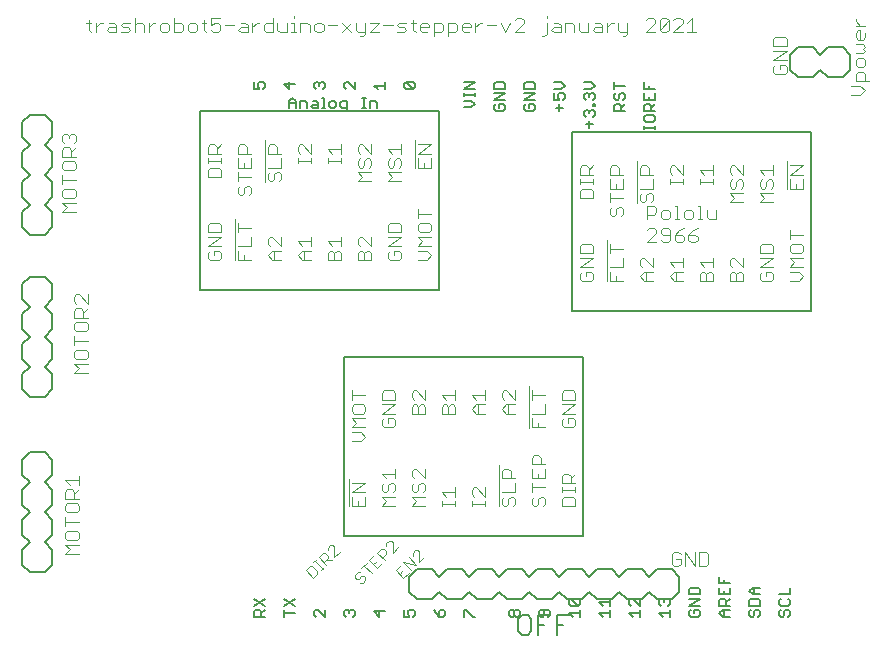
<source format=gto>
G75*
%MOIN*%
%OFA0B0*%
%FSLAX25Y25*%
%IPPOS*%
%LPD*%
%AMOC8*
5,1,8,0,0,1.08239X$1,22.5*
%
%ADD10C,0.00600*%
%ADD11C,0.00400*%
%ADD12C,0.00300*%
%ADD13C,0.00800*%
%ADD14C,0.00500*%
D10*
X0117297Y0039300D02*
X0117297Y0041001D01*
X0117864Y0041569D01*
X0118999Y0041569D01*
X0119566Y0041001D01*
X0119566Y0039300D01*
X0120700Y0039300D02*
X0117297Y0039300D01*
X0119566Y0040434D02*
X0120700Y0041569D01*
X0120700Y0042983D02*
X0117297Y0045252D01*
X0117297Y0042983D02*
X0120700Y0045252D01*
X0127297Y0045252D02*
X0130700Y0042983D01*
X0130700Y0045252D02*
X0127297Y0042983D01*
X0127297Y0041569D02*
X0127297Y0039300D01*
X0127297Y0040434D02*
X0130700Y0040434D01*
X0137297Y0039867D02*
X0137864Y0039300D01*
X0137297Y0039867D02*
X0137297Y0041001D01*
X0137864Y0041569D01*
X0138431Y0041569D01*
X0140700Y0039300D01*
X0140700Y0041569D01*
X0147297Y0041001D02*
X0147864Y0041569D01*
X0148431Y0041569D01*
X0148999Y0041001D01*
X0149566Y0041569D01*
X0150133Y0041569D01*
X0150700Y0041001D01*
X0150700Y0039867D01*
X0150133Y0039300D01*
X0148999Y0040434D02*
X0148999Y0041001D01*
X0147297Y0041001D02*
X0147297Y0039867D01*
X0147864Y0039300D01*
X0157297Y0041001D02*
X0158999Y0039300D01*
X0158999Y0041569D01*
X0160700Y0041001D02*
X0157297Y0041001D01*
X0167297Y0041569D02*
X0167297Y0039300D01*
X0168999Y0039300D01*
X0168431Y0040434D01*
X0168431Y0041001D01*
X0168999Y0041569D01*
X0170133Y0041569D01*
X0170700Y0041001D01*
X0170700Y0039867D01*
X0170133Y0039300D01*
X0177297Y0041569D02*
X0177864Y0040434D01*
X0178999Y0039300D01*
X0178999Y0041001D01*
X0179566Y0041569D01*
X0180133Y0041569D01*
X0180700Y0041001D01*
X0180700Y0039867D01*
X0180133Y0039300D01*
X0178999Y0039300D01*
X0187297Y0039300D02*
X0187297Y0041569D01*
X0187864Y0041569D01*
X0190133Y0039300D01*
X0190700Y0039300D01*
X0202297Y0039867D02*
X0202864Y0039300D01*
X0203431Y0039300D01*
X0203999Y0039867D01*
X0203999Y0041001D01*
X0204566Y0041569D01*
X0205133Y0041569D01*
X0205700Y0041001D01*
X0205700Y0039867D01*
X0205133Y0039300D01*
X0204566Y0039300D01*
X0203999Y0039867D01*
X0203999Y0041001D02*
X0203431Y0041569D01*
X0202864Y0041569D01*
X0202297Y0041001D01*
X0202297Y0039867D01*
X0205300Y0038638D02*
X0205300Y0034368D01*
X0206368Y0033300D01*
X0208503Y0033300D01*
X0209570Y0034368D01*
X0209570Y0038638D01*
X0208503Y0039705D01*
X0206368Y0039705D01*
X0205300Y0038638D01*
X0211745Y0039705D02*
X0211745Y0033300D01*
X0211745Y0036503D02*
X0213881Y0036503D01*
X0213431Y0039300D02*
X0213999Y0039867D01*
X0213999Y0041569D01*
X0215133Y0041569D02*
X0212864Y0041569D01*
X0212297Y0041001D01*
X0212297Y0039867D01*
X0212864Y0039300D01*
X0213431Y0039300D01*
X0215133Y0039300D02*
X0215700Y0039867D01*
X0215700Y0041001D01*
X0215133Y0041569D01*
X0216016Y0039705D02*
X0211745Y0039705D01*
X0218191Y0039705D02*
X0222461Y0039705D01*
X0222297Y0040434D02*
X0225700Y0040434D01*
X0225700Y0039300D02*
X0225700Y0041569D01*
X0225133Y0042983D02*
X0222864Y0045252D01*
X0225133Y0045252D01*
X0225700Y0044685D01*
X0225700Y0043550D01*
X0225133Y0042983D01*
X0222864Y0042983D01*
X0222297Y0043550D01*
X0222297Y0044685D01*
X0222864Y0045252D01*
X0222297Y0040434D02*
X0223431Y0039300D01*
X0220326Y0036503D02*
X0218191Y0036503D01*
X0218191Y0039705D02*
X0218191Y0033300D01*
X0232297Y0040434D02*
X0235700Y0040434D01*
X0235700Y0039300D02*
X0235700Y0041569D01*
X0235700Y0042983D02*
X0235700Y0045252D01*
X0235700Y0044117D02*
X0232297Y0044117D01*
X0233431Y0042983D01*
X0232297Y0040434D02*
X0233431Y0039300D01*
X0242297Y0040434D02*
X0243431Y0039300D01*
X0242297Y0040434D02*
X0245700Y0040434D01*
X0245700Y0039300D02*
X0245700Y0041569D01*
X0245700Y0042983D02*
X0243431Y0045252D01*
X0242864Y0045252D01*
X0242297Y0044685D01*
X0242297Y0043550D01*
X0242864Y0042983D01*
X0245700Y0042983D02*
X0245700Y0045252D01*
X0252297Y0044685D02*
X0252297Y0043550D01*
X0252864Y0042983D01*
X0253999Y0044117D02*
X0253999Y0044685D01*
X0254566Y0045252D01*
X0255133Y0045252D01*
X0255700Y0044685D01*
X0255700Y0043550D01*
X0255133Y0042983D01*
X0255700Y0041569D02*
X0255700Y0039300D01*
X0255700Y0040434D02*
X0252297Y0040434D01*
X0253431Y0039300D01*
X0253999Y0044685D02*
X0253431Y0045252D01*
X0252864Y0045252D01*
X0252297Y0044685D01*
X0262297Y0045252D02*
X0265700Y0045252D01*
X0262297Y0042983D01*
X0265700Y0042983D01*
X0265133Y0041569D02*
X0263999Y0041569D01*
X0263999Y0040434D01*
X0265133Y0039300D02*
X0265700Y0039867D01*
X0265700Y0041001D01*
X0265133Y0041569D01*
X0262864Y0041569D02*
X0262297Y0041001D01*
X0262297Y0039867D01*
X0262864Y0039300D01*
X0265133Y0039300D01*
X0272297Y0040434D02*
X0273431Y0039300D01*
X0275700Y0039300D01*
X0273999Y0039300D02*
X0273999Y0041569D01*
X0273431Y0041569D02*
X0275700Y0041569D01*
X0275700Y0042983D02*
X0272297Y0042983D01*
X0272297Y0044685D01*
X0272864Y0045252D01*
X0273999Y0045252D01*
X0274566Y0044685D01*
X0274566Y0042983D01*
X0274566Y0044117D02*
X0275700Y0045252D01*
X0275700Y0046666D02*
X0275700Y0048935D01*
X0275700Y0050349D02*
X0272297Y0050349D01*
X0272297Y0052618D01*
X0273999Y0051484D02*
X0273999Y0050349D01*
X0272297Y0048935D02*
X0272297Y0046666D01*
X0275700Y0046666D01*
X0273999Y0046666D02*
X0273999Y0047801D01*
X0282297Y0047801D02*
X0283431Y0046666D01*
X0285700Y0046666D01*
X0285133Y0045252D02*
X0285700Y0044685D01*
X0285700Y0042983D01*
X0282297Y0042983D01*
X0282297Y0044685D01*
X0282864Y0045252D01*
X0285133Y0045252D01*
X0283999Y0046666D02*
X0283999Y0048935D01*
X0283431Y0048935D02*
X0285700Y0048935D01*
X0283431Y0048935D02*
X0282297Y0047801D01*
X0292297Y0046666D02*
X0295700Y0046666D01*
X0295700Y0048935D01*
X0295133Y0045252D02*
X0295700Y0044685D01*
X0295700Y0043550D01*
X0295133Y0042983D01*
X0292864Y0042983D01*
X0292297Y0043550D01*
X0292297Y0044685D01*
X0292864Y0045252D01*
X0292864Y0041569D02*
X0292297Y0041001D01*
X0292297Y0039867D01*
X0292864Y0039300D01*
X0293431Y0039300D01*
X0293999Y0039867D01*
X0293999Y0041001D01*
X0294566Y0041569D01*
X0295133Y0041569D01*
X0295700Y0041001D01*
X0295700Y0039867D01*
X0295133Y0039300D01*
X0285700Y0039867D02*
X0285133Y0039300D01*
X0285700Y0039867D02*
X0285700Y0041001D01*
X0285133Y0041569D01*
X0284566Y0041569D01*
X0283999Y0041001D01*
X0283999Y0039867D01*
X0283431Y0039300D01*
X0282864Y0039300D01*
X0282297Y0039867D01*
X0282297Y0041001D01*
X0282864Y0041569D01*
X0273431Y0041569D02*
X0272297Y0040434D01*
X0265700Y0046666D02*
X0262297Y0046666D01*
X0262297Y0048368D01*
X0262864Y0048935D01*
X0265133Y0048935D01*
X0265700Y0048368D01*
X0265700Y0046666D01*
X0250700Y0201662D02*
X0250700Y0202796D01*
X0250700Y0202229D02*
X0247297Y0202229D01*
X0247297Y0201662D02*
X0247297Y0202796D01*
X0247864Y0204117D02*
X0250133Y0204117D01*
X0250700Y0204685D01*
X0250700Y0205819D01*
X0250133Y0206386D01*
X0247864Y0206386D01*
X0247297Y0205819D01*
X0247297Y0204685D01*
X0247864Y0204117D01*
X0247297Y0207801D02*
X0247297Y0209502D01*
X0247864Y0210069D01*
X0248999Y0210069D01*
X0249566Y0209502D01*
X0249566Y0207801D01*
X0249566Y0208935D02*
X0250700Y0210069D01*
X0250700Y0211484D02*
X0250700Y0213752D01*
X0250700Y0215167D02*
X0247297Y0215167D01*
X0247297Y0217435D01*
X0248999Y0216301D02*
X0248999Y0215167D01*
X0247297Y0213752D02*
X0247297Y0211484D01*
X0250700Y0211484D01*
X0248999Y0211484D02*
X0248999Y0212618D01*
X0250700Y0207801D02*
X0247297Y0207801D01*
X0240700Y0207801D02*
X0237297Y0207801D01*
X0237297Y0209502D01*
X0237864Y0210069D01*
X0238999Y0210069D01*
X0239566Y0209502D01*
X0239566Y0207801D01*
X0239566Y0208935D02*
X0240700Y0210069D01*
X0240133Y0211484D02*
X0240700Y0212051D01*
X0240700Y0213185D01*
X0240133Y0213752D01*
X0239566Y0213752D01*
X0238999Y0213185D01*
X0238999Y0212051D01*
X0238431Y0211484D01*
X0237864Y0211484D01*
X0237297Y0212051D01*
X0237297Y0213185D01*
X0237864Y0213752D01*
X0237297Y0215167D02*
X0237297Y0217435D01*
X0237297Y0216301D02*
X0240700Y0216301D01*
X0230700Y0216301D02*
X0229566Y0217435D01*
X0227297Y0217435D01*
X0227297Y0215167D02*
X0229566Y0215167D01*
X0230700Y0216301D01*
X0230133Y0213752D02*
X0229566Y0213752D01*
X0228999Y0213185D01*
X0228999Y0212618D01*
X0228999Y0213185D02*
X0228431Y0213752D01*
X0227864Y0213752D01*
X0227297Y0213185D01*
X0227297Y0212051D01*
X0227864Y0211484D01*
X0230133Y0211484D02*
X0230700Y0212051D01*
X0230700Y0213185D01*
X0230133Y0213752D01*
X0230133Y0210209D02*
X0230700Y0210209D01*
X0230700Y0209642D01*
X0230133Y0209642D01*
X0230133Y0210209D01*
X0230133Y0208228D02*
X0229566Y0208228D01*
X0228999Y0207660D01*
X0228999Y0207093D01*
X0228999Y0207660D02*
X0228431Y0208228D01*
X0227864Y0208228D01*
X0227297Y0207660D01*
X0227297Y0206526D01*
X0227864Y0205959D01*
X0228999Y0204544D02*
X0228999Y0202276D01*
X0230133Y0203410D02*
X0227864Y0203410D01*
X0230133Y0205959D02*
X0230700Y0206526D01*
X0230700Y0207660D01*
X0230133Y0208228D01*
X0220133Y0208935D02*
X0217864Y0208935D01*
X0218999Y0207801D02*
X0218999Y0210069D01*
X0218999Y0211484D02*
X0218431Y0212618D01*
X0218431Y0213185D01*
X0218999Y0213752D01*
X0220133Y0213752D01*
X0220700Y0213185D01*
X0220700Y0212051D01*
X0220133Y0211484D01*
X0218999Y0211484D02*
X0217297Y0211484D01*
X0217297Y0213752D01*
X0217297Y0215167D02*
X0219566Y0215167D01*
X0220700Y0216301D01*
X0219566Y0217435D01*
X0217297Y0217435D01*
X0210700Y0216868D02*
X0210133Y0217435D01*
X0207864Y0217435D01*
X0207297Y0216868D01*
X0207297Y0215167D01*
X0210700Y0215167D01*
X0210700Y0216868D01*
X0210700Y0213752D02*
X0207297Y0213752D01*
X0207297Y0211484D02*
X0210700Y0213752D01*
X0210700Y0211484D02*
X0207297Y0211484D01*
X0207864Y0210069D02*
X0207297Y0209502D01*
X0207297Y0208368D01*
X0207864Y0207801D01*
X0210133Y0207801D01*
X0210700Y0208368D01*
X0210700Y0209502D01*
X0210133Y0210069D01*
X0208999Y0210069D01*
X0208999Y0208935D01*
X0200700Y0209502D02*
X0200133Y0210069D01*
X0198999Y0210069D01*
X0198999Y0208935D01*
X0200133Y0207801D02*
X0200700Y0208368D01*
X0200700Y0209502D01*
X0200133Y0207801D02*
X0197864Y0207801D01*
X0197297Y0208368D01*
X0197297Y0209502D01*
X0197864Y0210069D01*
X0197297Y0211484D02*
X0200700Y0213752D01*
X0197297Y0213752D01*
X0197297Y0215167D02*
X0197297Y0216868D01*
X0197864Y0217435D01*
X0200133Y0217435D01*
X0200700Y0216868D01*
X0200700Y0215167D01*
X0197297Y0215167D01*
X0190700Y0215167D02*
X0187297Y0215167D01*
X0190700Y0217435D01*
X0187297Y0217435D01*
X0187297Y0213846D02*
X0187297Y0212711D01*
X0187297Y0213279D02*
X0190700Y0213279D01*
X0190700Y0213846D02*
X0190700Y0212711D01*
X0189566Y0211297D02*
X0187297Y0211297D01*
X0189566Y0211297D02*
X0190700Y0210163D01*
X0189566Y0209028D01*
X0187297Y0209028D01*
X0197297Y0211484D02*
X0200700Y0211484D01*
X0170700Y0215734D02*
X0170133Y0215167D01*
X0167864Y0217435D01*
X0170133Y0217435D01*
X0170700Y0216868D01*
X0170700Y0215734D01*
X0170133Y0215167D02*
X0167864Y0215167D01*
X0167297Y0215734D01*
X0167297Y0216868D01*
X0167864Y0217435D01*
X0160700Y0217435D02*
X0160700Y0215167D01*
X0160700Y0216301D02*
X0157297Y0216301D01*
X0158431Y0215167D01*
X0154489Y0212253D02*
X0153354Y0212253D01*
X0153921Y0212253D02*
X0153921Y0208850D01*
X0153354Y0208850D02*
X0154489Y0208850D01*
X0155810Y0208850D02*
X0155810Y0211119D01*
X0157511Y0211119D01*
X0158078Y0210551D01*
X0158078Y0208850D01*
X0148257Y0208850D02*
X0146555Y0208850D01*
X0145988Y0209417D01*
X0145988Y0210551D01*
X0146555Y0211119D01*
X0148257Y0211119D01*
X0148257Y0208283D01*
X0147689Y0207716D01*
X0147122Y0207716D01*
X0144573Y0209417D02*
X0144573Y0210551D01*
X0144006Y0211119D01*
X0142872Y0211119D01*
X0142305Y0210551D01*
X0142305Y0209417D01*
X0142872Y0208850D01*
X0144006Y0208850D01*
X0144573Y0209417D01*
X0140984Y0208850D02*
X0139849Y0208850D01*
X0140417Y0208850D02*
X0140417Y0212253D01*
X0139849Y0212253D01*
X0138435Y0210551D02*
X0138435Y0208850D01*
X0136733Y0208850D01*
X0136166Y0209417D01*
X0136733Y0209984D01*
X0138435Y0209984D01*
X0138435Y0210551D02*
X0137868Y0211119D01*
X0136733Y0211119D01*
X0134752Y0210551D02*
X0134752Y0208850D01*
X0134752Y0210551D02*
X0134185Y0211119D01*
X0132483Y0211119D01*
X0132483Y0208850D01*
X0131069Y0208850D02*
X0131069Y0211119D01*
X0129934Y0212253D01*
X0128800Y0211119D01*
X0128800Y0208850D01*
X0128800Y0210551D02*
X0131069Y0210551D01*
X0128999Y0215167D02*
X0128999Y0217435D01*
X0130700Y0216868D02*
X0127297Y0216868D01*
X0128999Y0215167D01*
X0137297Y0215734D02*
X0137297Y0216868D01*
X0137864Y0217435D01*
X0138431Y0217435D01*
X0138999Y0216868D01*
X0139566Y0217435D01*
X0140133Y0217435D01*
X0140700Y0216868D01*
X0140700Y0215734D01*
X0140133Y0215167D01*
X0138999Y0216301D02*
X0138999Y0216868D01*
X0137864Y0215167D02*
X0137297Y0215734D01*
X0147297Y0215734D02*
X0147864Y0215167D01*
X0147297Y0215734D02*
X0147297Y0216868D01*
X0147864Y0217435D01*
X0148431Y0217435D01*
X0150700Y0215167D01*
X0150700Y0217435D01*
X0120700Y0216868D02*
X0120700Y0215734D01*
X0120133Y0215167D01*
X0118999Y0215167D02*
X0118431Y0216301D01*
X0118431Y0216868D01*
X0118999Y0217435D01*
X0120133Y0217435D01*
X0120700Y0216868D01*
X0118999Y0215167D02*
X0117297Y0215167D01*
X0117297Y0217435D01*
D11*
X0116572Y0234200D02*
X0116572Y0237269D01*
X0116572Y0235735D02*
X0118107Y0237269D01*
X0118874Y0237269D01*
X0120409Y0236502D02*
X0121176Y0237269D01*
X0123478Y0237269D01*
X0125013Y0237269D02*
X0125013Y0234967D01*
X0125780Y0234200D01*
X0128082Y0234200D01*
X0128082Y0237269D01*
X0129616Y0237269D02*
X0130384Y0237269D01*
X0130384Y0234200D01*
X0131151Y0234200D02*
X0129616Y0234200D01*
X0132686Y0234200D02*
X0132686Y0237269D01*
X0134988Y0237269D01*
X0135755Y0236502D01*
X0135755Y0234200D01*
X0137290Y0234967D02*
X0138057Y0234200D01*
X0139592Y0234200D01*
X0140359Y0234967D01*
X0140359Y0236502D01*
X0139592Y0237269D01*
X0138057Y0237269D01*
X0137290Y0236502D01*
X0137290Y0234967D01*
X0141894Y0236502D02*
X0144963Y0236502D01*
X0146497Y0237269D02*
X0149567Y0234200D01*
X0151101Y0234967D02*
X0151101Y0237269D01*
X0149567Y0237269D02*
X0146497Y0234200D01*
X0151101Y0234967D02*
X0151869Y0234200D01*
X0154171Y0234200D01*
X0154171Y0233433D02*
X0153403Y0232665D01*
X0152636Y0232665D01*
X0154171Y0233433D02*
X0154171Y0237269D01*
X0155705Y0237269D02*
X0158775Y0237269D01*
X0155705Y0234200D01*
X0158775Y0234200D01*
X0160309Y0236502D02*
X0163379Y0236502D01*
X0164913Y0236502D02*
X0165680Y0237269D01*
X0167982Y0237269D01*
X0169517Y0237269D02*
X0171052Y0237269D01*
X0170284Y0238037D02*
X0170284Y0234967D01*
X0171052Y0234200D01*
X0172586Y0234967D02*
X0172586Y0236502D01*
X0173354Y0237269D01*
X0174888Y0237269D01*
X0175656Y0236502D01*
X0175656Y0235735D01*
X0172586Y0235735D01*
X0172586Y0234967D02*
X0173354Y0234200D01*
X0174888Y0234200D01*
X0177190Y0234200D02*
X0179492Y0234200D01*
X0180260Y0234967D01*
X0180260Y0236502D01*
X0179492Y0237269D01*
X0177190Y0237269D01*
X0177190Y0232665D01*
X0181794Y0232665D02*
X0181794Y0237269D01*
X0184096Y0237269D01*
X0184864Y0236502D01*
X0184864Y0234967D01*
X0184096Y0234200D01*
X0181794Y0234200D01*
X0186398Y0234967D02*
X0186398Y0236502D01*
X0187165Y0237269D01*
X0188700Y0237269D01*
X0189467Y0236502D01*
X0189467Y0235735D01*
X0186398Y0235735D01*
X0186398Y0234967D02*
X0187165Y0234200D01*
X0188700Y0234200D01*
X0191002Y0234200D02*
X0191002Y0237269D01*
X0191002Y0235735D02*
X0192537Y0237269D01*
X0193304Y0237269D01*
X0194839Y0236502D02*
X0197908Y0236502D01*
X0199443Y0237269D02*
X0200977Y0234200D01*
X0202512Y0237269D01*
X0204047Y0238037D02*
X0204814Y0238804D01*
X0206348Y0238804D01*
X0207116Y0238037D01*
X0207116Y0237269D01*
X0204047Y0234200D01*
X0207116Y0234200D01*
X0213254Y0232665D02*
X0214022Y0232665D01*
X0214789Y0233433D01*
X0214789Y0237269D01*
X0214789Y0238804D02*
X0214789Y0239571D01*
X0217091Y0237269D02*
X0218626Y0237269D01*
X0219393Y0236502D01*
X0219393Y0234200D01*
X0217091Y0234200D01*
X0216324Y0234967D01*
X0217091Y0235735D01*
X0219393Y0235735D01*
X0220928Y0234200D02*
X0220928Y0237269D01*
X0223230Y0237269D01*
X0223997Y0236502D01*
X0223997Y0234200D01*
X0225532Y0234967D02*
X0226299Y0234200D01*
X0228601Y0234200D01*
X0228601Y0237269D01*
X0230903Y0237269D02*
X0232437Y0237269D01*
X0233205Y0236502D01*
X0233205Y0234200D01*
X0230903Y0234200D01*
X0230135Y0234967D01*
X0230903Y0235735D01*
X0233205Y0235735D01*
X0234739Y0235735D02*
X0236274Y0237269D01*
X0237041Y0237269D01*
X0238576Y0237269D02*
X0238576Y0234967D01*
X0239343Y0234200D01*
X0241645Y0234200D01*
X0241645Y0233433D02*
X0240878Y0232665D01*
X0240111Y0232665D01*
X0241645Y0233433D02*
X0241645Y0237269D01*
X0234739Y0237269D02*
X0234739Y0234200D01*
X0225532Y0234967D02*
X0225532Y0237269D01*
X0247784Y0238037D02*
X0248551Y0238804D01*
X0250086Y0238804D01*
X0250853Y0238037D01*
X0250853Y0237269D01*
X0247784Y0234200D01*
X0250853Y0234200D01*
X0252388Y0234967D02*
X0255457Y0238037D01*
X0255457Y0234967D01*
X0254690Y0234200D01*
X0253155Y0234200D01*
X0252388Y0234967D01*
X0252388Y0238037D01*
X0253155Y0238804D01*
X0254690Y0238804D01*
X0255457Y0238037D01*
X0256992Y0238037D02*
X0257759Y0238804D01*
X0259294Y0238804D01*
X0260061Y0238037D01*
X0260061Y0237269D01*
X0256992Y0234200D01*
X0260061Y0234200D01*
X0261596Y0234200D02*
X0264665Y0234200D01*
X0263130Y0234200D02*
X0263130Y0238804D01*
X0261596Y0237269D01*
X0290196Y0231710D02*
X0290196Y0229408D01*
X0294800Y0229408D01*
X0294800Y0231710D01*
X0294033Y0232477D01*
X0290963Y0232477D01*
X0290196Y0231710D01*
X0290196Y0227873D02*
X0294800Y0227873D01*
X0290196Y0224804D01*
X0294800Y0224804D01*
X0294033Y0223269D02*
X0292498Y0223269D01*
X0292498Y0221735D01*
X0290963Y0223269D02*
X0290196Y0222502D01*
X0290196Y0220967D01*
X0290963Y0220200D01*
X0294033Y0220200D01*
X0294800Y0220967D01*
X0294800Y0222502D01*
X0294033Y0223269D01*
X0316196Y0216269D02*
X0319265Y0216269D01*
X0320800Y0214735D01*
X0319265Y0213200D01*
X0316196Y0213200D01*
X0317731Y0217804D02*
X0317731Y0220106D01*
X0318498Y0220873D01*
X0320033Y0220873D01*
X0320800Y0220106D01*
X0320800Y0217804D01*
X0322335Y0217804D02*
X0317731Y0217804D01*
X0318498Y0222408D02*
X0320033Y0222408D01*
X0320800Y0223175D01*
X0320800Y0224710D01*
X0320033Y0225477D01*
X0318498Y0225477D01*
X0317731Y0224710D01*
X0317731Y0223175D01*
X0318498Y0222408D01*
X0317731Y0227012D02*
X0320033Y0227012D01*
X0320800Y0227779D01*
X0320033Y0228546D01*
X0320800Y0229314D01*
X0320033Y0230081D01*
X0317731Y0230081D01*
X0318498Y0231616D02*
X0317731Y0232383D01*
X0317731Y0233918D01*
X0318498Y0234685D01*
X0319265Y0234685D01*
X0319265Y0231616D01*
X0318498Y0231616D02*
X0320033Y0231616D01*
X0320800Y0232383D01*
X0320800Y0233918D01*
X0320800Y0236220D02*
X0317731Y0236220D01*
X0319265Y0236220D02*
X0317731Y0237754D01*
X0317731Y0238522D01*
X0294900Y0191000D02*
X0294900Y0181792D01*
X0295696Y0181992D02*
X0300300Y0181992D01*
X0300300Y0185061D01*
X0300300Y0186596D02*
X0295696Y0186596D01*
X0300300Y0189665D01*
X0295696Y0189665D01*
X0295696Y0185061D02*
X0295696Y0181992D01*
X0297998Y0181992D02*
X0297998Y0183527D01*
X0290300Y0184294D02*
X0290300Y0182759D01*
X0289533Y0181992D01*
X0290300Y0180457D02*
X0285696Y0180457D01*
X0287231Y0178923D01*
X0285696Y0177388D01*
X0290300Y0177388D01*
X0287231Y0181992D02*
X0287998Y0182759D01*
X0287998Y0184294D01*
X0288765Y0185061D01*
X0289533Y0185061D01*
X0290300Y0184294D01*
X0290300Y0186596D02*
X0290300Y0189665D01*
X0290300Y0188131D02*
X0285696Y0188131D01*
X0287231Y0186596D01*
X0286463Y0185061D02*
X0285696Y0184294D01*
X0285696Y0182759D01*
X0286463Y0181992D01*
X0287231Y0181992D01*
X0280300Y0182759D02*
X0279533Y0181992D01*
X0280300Y0182759D02*
X0280300Y0184294D01*
X0279533Y0185061D01*
X0278765Y0185061D01*
X0277998Y0184294D01*
X0277998Y0182759D01*
X0277231Y0181992D01*
X0276463Y0181992D01*
X0275696Y0182759D01*
X0275696Y0184294D01*
X0276463Y0185061D01*
X0276463Y0186596D02*
X0275696Y0187363D01*
X0275696Y0188898D01*
X0276463Y0189665D01*
X0277231Y0189665D01*
X0280300Y0186596D01*
X0280300Y0189665D01*
X0270300Y0189665D02*
X0270300Y0186596D01*
X0270300Y0185061D02*
X0270300Y0183527D01*
X0270300Y0184294D02*
X0265696Y0184294D01*
X0265696Y0183527D02*
X0265696Y0185061D01*
X0267231Y0186596D02*
X0265696Y0188131D01*
X0270300Y0188131D01*
X0275696Y0180457D02*
X0280300Y0180457D01*
X0277231Y0178923D02*
X0275696Y0180457D01*
X0277231Y0178923D02*
X0275696Y0177388D01*
X0280300Y0177388D01*
X0271220Y0174769D02*
X0271220Y0171700D01*
X0268918Y0171700D01*
X0268150Y0172467D01*
X0268150Y0174769D01*
X0265848Y0176304D02*
X0265081Y0176304D01*
X0265848Y0176304D02*
X0265848Y0171700D01*
X0265081Y0171700D02*
X0266616Y0171700D01*
X0263546Y0172467D02*
X0263546Y0174002D01*
X0262779Y0174769D01*
X0261244Y0174769D01*
X0260477Y0174002D01*
X0260477Y0172467D01*
X0261244Y0171700D01*
X0262779Y0171700D01*
X0263546Y0172467D01*
X0265081Y0168804D02*
X0263546Y0168037D01*
X0262012Y0166502D01*
X0264314Y0166502D01*
X0265081Y0165735D01*
X0265081Y0164967D01*
X0264314Y0164200D01*
X0262779Y0164200D01*
X0262012Y0164967D01*
X0262012Y0166502D01*
X0260477Y0165735D02*
X0260477Y0164967D01*
X0259710Y0164200D01*
X0258175Y0164200D01*
X0257408Y0164967D01*
X0257408Y0166502D01*
X0259710Y0166502D01*
X0260477Y0165735D01*
X0258942Y0168037D02*
X0257408Y0166502D01*
X0255873Y0166502D02*
X0253571Y0166502D01*
X0252804Y0167269D01*
X0252804Y0168037D01*
X0253571Y0168804D01*
X0255106Y0168804D01*
X0255873Y0168037D01*
X0255873Y0164967D01*
X0255106Y0164200D01*
X0253571Y0164200D01*
X0252804Y0164967D01*
X0251269Y0164200D02*
X0248200Y0164200D01*
X0251269Y0167269D01*
X0251269Y0168037D01*
X0250502Y0168804D01*
X0248967Y0168804D01*
X0248200Y0168037D01*
X0248200Y0171700D02*
X0248200Y0176304D01*
X0250502Y0176304D01*
X0251269Y0175537D01*
X0251269Y0174002D01*
X0250502Y0173235D01*
X0248200Y0173235D01*
X0247231Y0177388D02*
X0247998Y0178156D01*
X0247998Y0179690D01*
X0248765Y0180457D01*
X0249533Y0180457D01*
X0250300Y0179690D01*
X0250300Y0178156D01*
X0249533Y0177388D01*
X0247231Y0177388D02*
X0246463Y0177388D01*
X0245696Y0178156D01*
X0245696Y0179690D01*
X0246463Y0180457D01*
X0245696Y0181992D02*
X0250300Y0181992D01*
X0250300Y0185061D01*
X0250300Y0186596D02*
X0245696Y0186596D01*
X0245696Y0188898D01*
X0246463Y0189665D01*
X0247998Y0189665D01*
X0248765Y0188898D01*
X0248765Y0186596D01*
X0244900Y0191000D02*
X0244900Y0177188D01*
X0240300Y0178923D02*
X0235696Y0178923D01*
X0235696Y0180457D02*
X0235696Y0177388D01*
X0236463Y0175854D02*
X0235696Y0175086D01*
X0235696Y0173552D01*
X0236463Y0172784D01*
X0237231Y0172784D01*
X0237998Y0173552D01*
X0237998Y0175086D01*
X0238765Y0175854D01*
X0239533Y0175854D01*
X0240300Y0175086D01*
X0240300Y0173552D01*
X0239533Y0172784D01*
X0230300Y0178923D02*
X0230300Y0181225D01*
X0229533Y0181992D01*
X0226463Y0181992D01*
X0225696Y0181225D01*
X0225696Y0178923D01*
X0230300Y0178923D01*
X0235696Y0181992D02*
X0240300Y0181992D01*
X0240300Y0185061D01*
X0240300Y0186596D02*
X0235696Y0186596D01*
X0235696Y0188898D01*
X0236463Y0189665D01*
X0237998Y0189665D01*
X0238765Y0188898D01*
X0238765Y0186596D01*
X0237998Y0183527D02*
X0237998Y0181992D01*
X0235696Y0181992D02*
X0235696Y0185061D01*
X0230300Y0185061D02*
X0230300Y0183527D01*
X0230300Y0184294D02*
X0225696Y0184294D01*
X0225696Y0183527D02*
X0225696Y0185061D01*
X0225696Y0186596D02*
X0225696Y0188898D01*
X0226463Y0189665D01*
X0227998Y0189665D01*
X0228765Y0188898D01*
X0228765Y0186596D01*
X0228765Y0188131D02*
X0230300Y0189665D01*
X0230300Y0186596D02*
X0225696Y0186596D01*
X0252804Y0174002D02*
X0252804Y0172467D01*
X0253571Y0171700D01*
X0255106Y0171700D01*
X0255873Y0172467D01*
X0255873Y0174002D01*
X0255106Y0174769D01*
X0253571Y0174769D01*
X0252804Y0174002D01*
X0257408Y0176304D02*
X0258175Y0176304D01*
X0258175Y0171700D01*
X0257408Y0171700D02*
X0258942Y0171700D01*
X0260477Y0168804D02*
X0258942Y0168037D01*
X0260300Y0158873D02*
X0260300Y0155804D01*
X0260300Y0157339D02*
X0255696Y0157339D01*
X0257231Y0155804D01*
X0257231Y0154269D02*
X0260300Y0154269D01*
X0257998Y0154269D02*
X0257998Y0151200D01*
X0257231Y0151200D02*
X0260300Y0151200D01*
X0257231Y0151200D02*
X0255696Y0152735D01*
X0257231Y0154269D01*
X0250300Y0154269D02*
X0247231Y0154269D01*
X0245696Y0152735D01*
X0247231Y0151200D01*
X0250300Y0151200D01*
X0247998Y0151200D02*
X0247998Y0154269D01*
X0246463Y0155804D02*
X0245696Y0156571D01*
X0245696Y0158106D01*
X0246463Y0158873D01*
X0247231Y0158873D01*
X0250300Y0155804D01*
X0250300Y0158873D01*
X0240300Y0158873D02*
X0240300Y0155804D01*
X0235696Y0155804D01*
X0235696Y0154269D02*
X0235696Y0151200D01*
X0240300Y0151200D01*
X0237998Y0151200D02*
X0237998Y0152735D01*
X0234900Y0151000D02*
X0234900Y0164812D01*
X0235696Y0163477D02*
X0235696Y0160408D01*
X0235696Y0161942D02*
X0240300Y0161942D01*
X0230300Y0162710D02*
X0230300Y0160408D01*
X0225696Y0160408D01*
X0225696Y0162710D01*
X0226463Y0163477D01*
X0229533Y0163477D01*
X0230300Y0162710D01*
X0230300Y0158873D02*
X0225696Y0158873D01*
X0225696Y0155804D02*
X0230300Y0158873D01*
X0230300Y0155804D02*
X0225696Y0155804D01*
X0226463Y0154269D02*
X0225696Y0153502D01*
X0225696Y0151967D01*
X0226463Y0151200D01*
X0229533Y0151200D01*
X0230300Y0151967D01*
X0230300Y0153502D01*
X0229533Y0154269D01*
X0227998Y0154269D01*
X0227998Y0152735D01*
X0265696Y0153502D02*
X0265696Y0151200D01*
X0270300Y0151200D01*
X0270300Y0153502D01*
X0269533Y0154269D01*
X0268765Y0154269D01*
X0267998Y0153502D01*
X0267998Y0151200D01*
X0267998Y0153502D02*
X0267231Y0154269D01*
X0266463Y0154269D01*
X0265696Y0153502D01*
X0267231Y0155804D02*
X0265696Y0157339D01*
X0270300Y0157339D01*
X0270300Y0158873D02*
X0270300Y0155804D01*
X0275696Y0156571D02*
X0275696Y0158106D01*
X0276463Y0158873D01*
X0277231Y0158873D01*
X0280300Y0155804D01*
X0280300Y0158873D01*
X0276463Y0155804D02*
X0275696Y0156571D01*
X0276463Y0154269D02*
X0277231Y0154269D01*
X0277998Y0153502D01*
X0277998Y0151200D01*
X0280300Y0151200D02*
X0275696Y0151200D01*
X0275696Y0153502D01*
X0276463Y0154269D01*
X0277998Y0153502D02*
X0278765Y0154269D01*
X0279533Y0154269D01*
X0280300Y0153502D01*
X0280300Y0151200D01*
X0285696Y0151967D02*
X0286463Y0151200D01*
X0289533Y0151200D01*
X0290300Y0151967D01*
X0290300Y0153502D01*
X0289533Y0154269D01*
X0287998Y0154269D01*
X0287998Y0152735D01*
X0286463Y0154269D02*
X0285696Y0153502D01*
X0285696Y0151967D01*
X0285696Y0155804D02*
X0290300Y0158873D01*
X0285696Y0158873D01*
X0285696Y0160408D02*
X0285696Y0162710D01*
X0286463Y0163477D01*
X0289533Y0163477D01*
X0290300Y0162710D01*
X0290300Y0160408D01*
X0285696Y0160408D01*
X0285696Y0155804D02*
X0290300Y0155804D01*
X0295696Y0155804D02*
X0297231Y0157339D01*
X0295696Y0158873D01*
X0300300Y0158873D01*
X0299533Y0160408D02*
X0296463Y0160408D01*
X0295696Y0161175D01*
X0295696Y0162710D01*
X0296463Y0163477D01*
X0299533Y0163477D01*
X0300300Y0162710D01*
X0300300Y0161175D01*
X0299533Y0160408D01*
X0295696Y0165012D02*
X0295696Y0168081D01*
X0295696Y0166546D02*
X0300300Y0166546D01*
X0300300Y0155804D02*
X0295696Y0155804D01*
X0295696Y0154269D02*
X0298765Y0154269D01*
X0300300Y0152735D01*
X0298765Y0151200D01*
X0295696Y0151200D01*
X0260300Y0183527D02*
X0260300Y0185061D01*
X0260300Y0184294D02*
X0255696Y0184294D01*
X0255696Y0183527D02*
X0255696Y0185061D01*
X0256463Y0186596D02*
X0255696Y0187363D01*
X0255696Y0188898D01*
X0256463Y0189665D01*
X0257231Y0189665D01*
X0260300Y0186596D01*
X0260300Y0189665D01*
X0176300Y0188992D02*
X0176300Y0192061D01*
X0176300Y0193596D02*
X0171696Y0193596D01*
X0176300Y0196665D01*
X0171696Y0196665D01*
X0170900Y0198000D02*
X0170900Y0188792D01*
X0171696Y0188992D02*
X0176300Y0188992D01*
X0173998Y0188992D02*
X0173998Y0190527D01*
X0171696Y0192061D02*
X0171696Y0188992D01*
X0166300Y0189759D02*
X0165533Y0188992D01*
X0166300Y0189759D02*
X0166300Y0191294D01*
X0165533Y0192061D01*
X0164765Y0192061D01*
X0163998Y0191294D01*
X0163998Y0189759D01*
X0163231Y0188992D01*
X0162463Y0188992D01*
X0161696Y0189759D01*
X0161696Y0191294D01*
X0162463Y0192061D01*
X0163231Y0193596D02*
X0161696Y0195131D01*
X0166300Y0195131D01*
X0166300Y0196665D02*
X0166300Y0193596D01*
X0166300Y0187457D02*
X0161696Y0187457D01*
X0163231Y0185923D01*
X0161696Y0184388D01*
X0166300Y0184388D01*
X0156300Y0184388D02*
X0151696Y0184388D01*
X0153231Y0185923D01*
X0151696Y0187457D01*
X0156300Y0187457D01*
X0155533Y0188992D02*
X0156300Y0189759D01*
X0156300Y0191294D01*
X0155533Y0192061D01*
X0154765Y0192061D01*
X0153998Y0191294D01*
X0153998Y0189759D01*
X0153231Y0188992D01*
X0152463Y0188992D01*
X0151696Y0189759D01*
X0151696Y0191294D01*
X0152463Y0192061D01*
X0152463Y0193596D02*
X0151696Y0194363D01*
X0151696Y0195898D01*
X0152463Y0196665D01*
X0153231Y0196665D01*
X0156300Y0193596D01*
X0156300Y0196665D01*
X0146300Y0196665D02*
X0146300Y0193596D01*
X0146300Y0192061D02*
X0146300Y0190527D01*
X0146300Y0191294D02*
X0141696Y0191294D01*
X0141696Y0190527D02*
X0141696Y0192061D01*
X0143231Y0193596D02*
X0141696Y0195131D01*
X0146300Y0195131D01*
X0136300Y0196665D02*
X0136300Y0193596D01*
X0133231Y0196665D01*
X0132463Y0196665D01*
X0131696Y0195898D01*
X0131696Y0194363D01*
X0132463Y0193596D01*
X0131696Y0192061D02*
X0131696Y0190527D01*
X0131696Y0191294D02*
X0136300Y0191294D01*
X0136300Y0190527D02*
X0136300Y0192061D01*
X0126300Y0192061D02*
X0126300Y0188992D01*
X0121696Y0188992D01*
X0122463Y0187457D02*
X0121696Y0186690D01*
X0121696Y0185156D01*
X0122463Y0184388D01*
X0123231Y0184388D01*
X0123998Y0185156D01*
X0123998Y0186690D01*
X0124765Y0187457D01*
X0125533Y0187457D01*
X0126300Y0186690D01*
X0126300Y0185156D01*
X0125533Y0184388D01*
X0120900Y0184188D02*
X0120900Y0198000D01*
X0122463Y0196665D02*
X0123998Y0196665D01*
X0124765Y0195898D01*
X0124765Y0193596D01*
X0126300Y0193596D02*
X0121696Y0193596D01*
X0121696Y0195898D01*
X0122463Y0196665D01*
X0116300Y0193596D02*
X0111696Y0193596D01*
X0111696Y0195898D01*
X0112463Y0196665D01*
X0113998Y0196665D01*
X0114765Y0195898D01*
X0114765Y0193596D01*
X0116300Y0192061D02*
X0116300Y0188992D01*
X0111696Y0188992D01*
X0111696Y0192061D01*
X0113998Y0190527D02*
X0113998Y0188992D01*
X0111696Y0187457D02*
X0111696Y0184388D01*
X0111696Y0185923D02*
X0116300Y0185923D01*
X0115533Y0182854D02*
X0114765Y0182854D01*
X0113998Y0182086D01*
X0113998Y0180552D01*
X0113231Y0179784D01*
X0112463Y0179784D01*
X0111696Y0180552D01*
X0111696Y0182086D01*
X0112463Y0182854D01*
X0115533Y0182854D02*
X0116300Y0182086D01*
X0116300Y0180552D01*
X0115533Y0179784D01*
X0110900Y0171812D02*
X0110900Y0158000D01*
X0111696Y0158200D02*
X0111696Y0161269D01*
X0111696Y0162804D02*
X0116300Y0162804D01*
X0116300Y0165873D01*
X0116300Y0168942D02*
X0111696Y0168942D01*
X0111696Y0167408D02*
X0111696Y0170477D01*
X0106300Y0169710D02*
X0106300Y0167408D01*
X0101696Y0167408D01*
X0101696Y0169710D01*
X0102463Y0170477D01*
X0105533Y0170477D01*
X0106300Y0169710D01*
X0106300Y0165873D02*
X0101696Y0165873D01*
X0101696Y0162804D02*
X0106300Y0165873D01*
X0106300Y0162804D02*
X0101696Y0162804D01*
X0102463Y0161269D02*
X0101696Y0160502D01*
X0101696Y0158967D01*
X0102463Y0158200D01*
X0105533Y0158200D01*
X0106300Y0158967D01*
X0106300Y0160502D01*
X0105533Y0161269D01*
X0103998Y0161269D01*
X0103998Y0159735D01*
X0111696Y0158200D02*
X0116300Y0158200D01*
X0113998Y0158200D02*
X0113998Y0159735D01*
X0121696Y0159735D02*
X0123231Y0161269D01*
X0126300Y0161269D01*
X0126300Y0162804D02*
X0123231Y0165873D01*
X0122463Y0165873D01*
X0121696Y0165106D01*
X0121696Y0163571D01*
X0122463Y0162804D01*
X0123998Y0161269D02*
X0123998Y0158200D01*
X0123231Y0158200D02*
X0121696Y0159735D01*
X0123231Y0158200D02*
X0126300Y0158200D01*
X0126300Y0162804D02*
X0126300Y0165873D01*
X0131696Y0164339D02*
X0136300Y0164339D01*
X0136300Y0165873D02*
X0136300Y0162804D01*
X0136300Y0161269D02*
X0133231Y0161269D01*
X0131696Y0159735D01*
X0133231Y0158200D01*
X0136300Y0158200D01*
X0133998Y0158200D02*
X0133998Y0161269D01*
X0133231Y0162804D02*
X0131696Y0164339D01*
X0141696Y0164339D02*
X0146300Y0164339D01*
X0146300Y0165873D02*
X0146300Y0162804D01*
X0145533Y0161269D02*
X0146300Y0160502D01*
X0146300Y0158200D01*
X0141696Y0158200D01*
X0141696Y0160502D01*
X0142463Y0161269D01*
X0143231Y0161269D01*
X0143998Y0160502D01*
X0143998Y0158200D01*
X0143998Y0160502D02*
X0144765Y0161269D01*
X0145533Y0161269D01*
X0143231Y0162804D02*
X0141696Y0164339D01*
X0151696Y0165106D02*
X0151696Y0163571D01*
X0152463Y0162804D01*
X0152463Y0161269D02*
X0153231Y0161269D01*
X0153998Y0160502D01*
X0153998Y0158200D01*
X0151696Y0158200D02*
X0151696Y0160502D01*
X0152463Y0161269D01*
X0153998Y0160502D02*
X0154765Y0161269D01*
X0155533Y0161269D01*
X0156300Y0160502D01*
X0156300Y0158200D01*
X0151696Y0158200D01*
X0156300Y0162804D02*
X0153231Y0165873D01*
X0152463Y0165873D01*
X0151696Y0165106D01*
X0156300Y0165873D02*
X0156300Y0162804D01*
X0161696Y0162804D02*
X0166300Y0165873D01*
X0161696Y0165873D01*
X0161696Y0167408D02*
X0161696Y0169710D01*
X0162463Y0170477D01*
X0165533Y0170477D01*
X0166300Y0169710D01*
X0166300Y0167408D01*
X0161696Y0167408D01*
X0161696Y0162804D02*
X0166300Y0162804D01*
X0165533Y0161269D02*
X0163998Y0161269D01*
X0163998Y0159735D01*
X0162463Y0161269D02*
X0161696Y0160502D01*
X0161696Y0158967D01*
X0162463Y0158200D01*
X0165533Y0158200D01*
X0166300Y0158967D01*
X0166300Y0160502D01*
X0165533Y0161269D01*
X0171696Y0161269D02*
X0174765Y0161269D01*
X0176300Y0159735D01*
X0174765Y0158200D01*
X0171696Y0158200D01*
X0171696Y0162804D02*
X0173231Y0164339D01*
X0171696Y0165873D01*
X0176300Y0165873D01*
X0175533Y0167408D02*
X0176300Y0168175D01*
X0176300Y0169710D01*
X0175533Y0170477D01*
X0172463Y0170477D01*
X0171696Y0169710D01*
X0171696Y0168175D01*
X0172463Y0167408D01*
X0175533Y0167408D01*
X0176300Y0162804D02*
X0171696Y0162804D01*
X0171696Y0172012D02*
X0171696Y0175081D01*
X0171696Y0173546D02*
X0176300Y0173546D01*
X0106300Y0185923D02*
X0106300Y0188225D01*
X0105533Y0188992D01*
X0102463Y0188992D01*
X0101696Y0188225D01*
X0101696Y0185923D01*
X0106300Y0185923D01*
X0106300Y0190527D02*
X0106300Y0192061D01*
X0106300Y0191294D02*
X0101696Y0191294D01*
X0101696Y0190527D02*
X0101696Y0192061D01*
X0101696Y0193596D02*
X0101696Y0195898D01*
X0102463Y0196665D01*
X0103998Y0196665D01*
X0104765Y0195898D01*
X0104765Y0193596D01*
X0104765Y0195131D02*
X0106300Y0196665D01*
X0106300Y0193596D02*
X0101696Y0193596D01*
X0057800Y0192616D02*
X0053196Y0192616D01*
X0053196Y0194918D01*
X0053963Y0195685D01*
X0055498Y0195685D01*
X0056265Y0194918D01*
X0056265Y0192616D01*
X0056265Y0194150D02*
X0057800Y0195685D01*
X0057033Y0197220D02*
X0057800Y0197987D01*
X0057800Y0199522D01*
X0057033Y0200289D01*
X0056265Y0200289D01*
X0055498Y0199522D01*
X0055498Y0198754D01*
X0055498Y0199522D02*
X0054731Y0200289D01*
X0053963Y0200289D01*
X0053196Y0199522D01*
X0053196Y0197987D01*
X0053963Y0197220D01*
X0053963Y0191081D02*
X0053196Y0190314D01*
X0053196Y0188779D01*
X0053963Y0188012D01*
X0057033Y0188012D01*
X0057800Y0188779D01*
X0057800Y0190314D01*
X0057033Y0191081D01*
X0053963Y0191081D01*
X0053196Y0186477D02*
X0053196Y0183408D01*
X0053196Y0184942D02*
X0057800Y0184942D01*
X0057033Y0181873D02*
X0053963Y0181873D01*
X0053196Y0181106D01*
X0053196Y0179571D01*
X0053963Y0178804D01*
X0057033Y0178804D01*
X0057800Y0179571D01*
X0057800Y0181106D01*
X0057033Y0181873D01*
X0057800Y0177269D02*
X0053196Y0177269D01*
X0054731Y0175735D01*
X0053196Y0174200D01*
X0057800Y0174200D01*
X0057963Y0146665D02*
X0057196Y0145898D01*
X0057196Y0144363D01*
X0057963Y0143596D01*
X0057963Y0142061D02*
X0059498Y0142061D01*
X0060265Y0141294D01*
X0060265Y0138992D01*
X0060265Y0140527D02*
X0061800Y0142061D01*
X0061800Y0143596D02*
X0058731Y0146665D01*
X0057963Y0146665D01*
X0061800Y0146665D02*
X0061800Y0143596D01*
X0057963Y0142061D02*
X0057196Y0141294D01*
X0057196Y0138992D01*
X0061800Y0138992D01*
X0061033Y0137457D02*
X0057963Y0137457D01*
X0057196Y0136690D01*
X0057196Y0135155D01*
X0057963Y0134388D01*
X0061033Y0134388D01*
X0061800Y0135155D01*
X0061800Y0136690D01*
X0061033Y0137457D01*
X0057196Y0132854D02*
X0057196Y0129784D01*
X0057196Y0131319D02*
X0061800Y0131319D01*
X0061033Y0128250D02*
X0057963Y0128250D01*
X0057196Y0127482D01*
X0057196Y0125948D01*
X0057963Y0125180D01*
X0061033Y0125180D01*
X0061800Y0125948D01*
X0061800Y0127482D01*
X0061033Y0128250D01*
X0061800Y0123646D02*
X0057196Y0123646D01*
X0058731Y0122111D01*
X0057196Y0120576D01*
X0061800Y0120576D01*
X0058800Y0086289D02*
X0058800Y0083220D01*
X0058800Y0084754D02*
X0054196Y0084754D01*
X0055731Y0083220D01*
X0056498Y0081685D02*
X0057265Y0080918D01*
X0057265Y0078616D01*
X0057265Y0080150D02*
X0058800Y0081685D01*
X0056498Y0081685D02*
X0054963Y0081685D01*
X0054196Y0080918D01*
X0054196Y0078616D01*
X0058800Y0078616D01*
X0058033Y0077081D02*
X0054963Y0077081D01*
X0054196Y0076314D01*
X0054196Y0074779D01*
X0054963Y0074012D01*
X0058033Y0074012D01*
X0058800Y0074779D01*
X0058800Y0076314D01*
X0058033Y0077081D01*
X0054196Y0072477D02*
X0054196Y0069408D01*
X0054196Y0070942D02*
X0058800Y0070942D01*
X0058033Y0067873D02*
X0054963Y0067873D01*
X0054196Y0067106D01*
X0054196Y0065571D01*
X0054963Y0064804D01*
X0058033Y0064804D01*
X0058800Y0065571D01*
X0058800Y0067106D01*
X0058033Y0067873D01*
X0058800Y0063269D02*
X0054196Y0063269D01*
X0055731Y0061735D01*
X0054196Y0060200D01*
X0058800Y0060200D01*
X0148900Y0076000D02*
X0148900Y0085208D01*
X0149696Y0083873D02*
X0154300Y0083873D01*
X0149696Y0080804D01*
X0154300Y0080804D01*
X0154300Y0079269D02*
X0154300Y0076200D01*
X0149696Y0076200D01*
X0149696Y0079269D01*
X0151998Y0077735D02*
X0151998Y0076200D01*
X0159696Y0076200D02*
X0161231Y0077735D01*
X0159696Y0079269D01*
X0164300Y0079269D01*
X0163533Y0080804D02*
X0164300Y0081571D01*
X0164300Y0083106D01*
X0163533Y0083873D01*
X0162765Y0083873D01*
X0161998Y0083106D01*
X0161998Y0081571D01*
X0161231Y0080804D01*
X0160463Y0080804D01*
X0159696Y0081571D01*
X0159696Y0083106D01*
X0160463Y0083873D01*
X0161231Y0085408D02*
X0159696Y0086942D01*
X0164300Y0086942D01*
X0164300Y0085408D02*
X0164300Y0088477D01*
X0169696Y0087710D02*
X0169696Y0086175D01*
X0170463Y0085408D01*
X0170463Y0083873D02*
X0169696Y0083106D01*
X0169696Y0081571D01*
X0170463Y0080804D01*
X0171231Y0080804D01*
X0171998Y0081571D01*
X0171998Y0083106D01*
X0172765Y0083873D01*
X0173533Y0083873D01*
X0174300Y0083106D01*
X0174300Y0081571D01*
X0173533Y0080804D01*
X0174300Y0079269D02*
X0169696Y0079269D01*
X0171231Y0077735D01*
X0169696Y0076200D01*
X0174300Y0076200D01*
X0179696Y0076200D02*
X0179696Y0077735D01*
X0179696Y0076967D02*
X0184300Y0076967D01*
X0184300Y0076200D02*
X0184300Y0077735D01*
X0184300Y0079269D02*
X0184300Y0082339D01*
X0184300Y0080804D02*
X0179696Y0080804D01*
X0181231Y0079269D01*
X0189696Y0080037D02*
X0190463Y0079269D01*
X0189696Y0080037D02*
X0189696Y0081571D01*
X0190463Y0082339D01*
X0191231Y0082339D01*
X0194300Y0079269D01*
X0194300Y0082339D01*
X0199696Y0080804D02*
X0204300Y0080804D01*
X0204300Y0083873D01*
X0204300Y0085408D02*
X0199696Y0085408D01*
X0199696Y0087710D01*
X0200463Y0088477D01*
X0201998Y0088477D01*
X0202765Y0087710D01*
X0202765Y0085408D01*
X0209696Y0085408D02*
X0209696Y0088477D01*
X0209696Y0090012D02*
X0209696Y0092314D01*
X0210463Y0093081D01*
X0211998Y0093081D01*
X0212765Y0092314D01*
X0212765Y0090012D01*
X0214300Y0090012D02*
X0209696Y0090012D01*
X0211998Y0086942D02*
X0211998Y0085408D01*
X0209696Y0085408D02*
X0214300Y0085408D01*
X0214300Y0088477D01*
X0219696Y0086175D02*
X0220463Y0086942D01*
X0221998Y0086942D01*
X0222765Y0086175D01*
X0222765Y0083873D01*
X0222765Y0085408D02*
X0224300Y0086942D01*
X0224300Y0083873D02*
X0219696Y0083873D01*
X0219696Y0086175D01*
X0219696Y0082339D02*
X0219696Y0080804D01*
X0219696Y0081571D02*
X0224300Y0081571D01*
X0224300Y0080804D02*
X0224300Y0082339D01*
X0223533Y0079269D02*
X0220463Y0079269D01*
X0219696Y0078502D01*
X0219696Y0076200D01*
X0224300Y0076200D01*
X0224300Y0078502D01*
X0223533Y0079269D01*
X0214300Y0078502D02*
X0214300Y0076967D01*
X0213533Y0076200D01*
X0211998Y0076967D02*
X0211231Y0076200D01*
X0210463Y0076200D01*
X0209696Y0076967D01*
X0209696Y0078502D01*
X0210463Y0079269D01*
X0209696Y0080804D02*
X0209696Y0083873D01*
X0209696Y0082339D02*
X0214300Y0082339D01*
X0213533Y0079269D02*
X0214300Y0078502D01*
X0213533Y0079269D02*
X0212765Y0079269D01*
X0211998Y0078502D01*
X0211998Y0076967D01*
X0204300Y0076967D02*
X0203533Y0076200D01*
X0204300Y0076967D02*
X0204300Y0078502D01*
X0203533Y0079269D01*
X0202765Y0079269D01*
X0201998Y0078502D01*
X0201998Y0076967D01*
X0201231Y0076200D01*
X0200463Y0076200D01*
X0199696Y0076967D01*
X0199696Y0078502D01*
X0200463Y0079269D01*
X0194300Y0077735D02*
X0194300Y0076200D01*
X0194300Y0076967D02*
X0189696Y0076967D01*
X0189696Y0076200D02*
X0189696Y0077735D01*
X0198900Y0076000D02*
X0198900Y0089812D01*
X0208900Y0102188D02*
X0208900Y0116000D01*
X0209696Y0114665D02*
X0209696Y0111596D01*
X0209696Y0113131D02*
X0214300Y0113131D01*
X0214300Y0110061D02*
X0214300Y0106992D01*
X0209696Y0106992D01*
X0209696Y0105457D02*
X0209696Y0102388D01*
X0214300Y0102388D01*
X0211998Y0102388D02*
X0211998Y0103923D01*
X0219696Y0104690D02*
X0219696Y0103156D01*
X0220463Y0102388D01*
X0223533Y0102388D01*
X0224300Y0103156D01*
X0224300Y0104690D01*
X0223533Y0105457D01*
X0221998Y0105457D01*
X0221998Y0103923D01*
X0220463Y0105457D02*
X0219696Y0104690D01*
X0219696Y0106992D02*
X0224300Y0110061D01*
X0219696Y0110061D01*
X0219696Y0111596D02*
X0219696Y0113898D01*
X0220463Y0114665D01*
X0223533Y0114665D01*
X0224300Y0113898D01*
X0224300Y0111596D01*
X0219696Y0111596D01*
X0219696Y0106992D02*
X0224300Y0106992D01*
X0204300Y0106992D02*
X0201231Y0106992D01*
X0199696Y0108527D01*
X0201231Y0110061D01*
X0204300Y0110061D01*
X0204300Y0111596D02*
X0201231Y0114665D01*
X0200463Y0114665D01*
X0199696Y0113898D01*
X0199696Y0112363D01*
X0200463Y0111596D01*
X0201998Y0110061D02*
X0201998Y0106992D01*
X0194300Y0106992D02*
X0191231Y0106992D01*
X0189696Y0108527D01*
X0191231Y0110061D01*
X0194300Y0110061D01*
X0194300Y0111596D02*
X0194300Y0114665D01*
X0194300Y0113131D02*
X0189696Y0113131D01*
X0191231Y0111596D01*
X0191998Y0110061D02*
X0191998Y0106992D01*
X0184300Y0106992D02*
X0184300Y0109294D01*
X0183533Y0110061D01*
X0182765Y0110061D01*
X0181998Y0109294D01*
X0181998Y0106992D01*
X0179696Y0106992D02*
X0179696Y0109294D01*
X0180463Y0110061D01*
X0181231Y0110061D01*
X0181998Y0109294D01*
X0181231Y0111596D02*
X0179696Y0113131D01*
X0184300Y0113131D01*
X0184300Y0114665D02*
X0184300Y0111596D01*
X0184300Y0106992D02*
X0179696Y0106992D01*
X0174300Y0106992D02*
X0174300Y0109294D01*
X0173533Y0110061D01*
X0172765Y0110061D01*
X0171998Y0109294D01*
X0171998Y0106992D01*
X0174300Y0106992D02*
X0169696Y0106992D01*
X0169696Y0109294D01*
X0170463Y0110061D01*
X0171231Y0110061D01*
X0171998Y0109294D01*
X0170463Y0111596D02*
X0169696Y0112363D01*
X0169696Y0113898D01*
X0170463Y0114665D01*
X0171231Y0114665D01*
X0174300Y0111596D01*
X0174300Y0114665D01*
X0164300Y0113898D02*
X0164300Y0111596D01*
X0159696Y0111596D01*
X0159696Y0113898D01*
X0160463Y0114665D01*
X0163533Y0114665D01*
X0164300Y0113898D01*
X0164300Y0110061D02*
X0159696Y0110061D01*
X0159696Y0106992D02*
X0164300Y0110061D01*
X0164300Y0106992D02*
X0159696Y0106992D01*
X0160463Y0105457D02*
X0159696Y0104690D01*
X0159696Y0103156D01*
X0160463Y0102388D01*
X0163533Y0102388D01*
X0164300Y0103156D01*
X0164300Y0104690D01*
X0163533Y0105457D01*
X0161998Y0105457D01*
X0161998Y0103923D01*
X0154300Y0105457D02*
X0149696Y0105457D01*
X0151231Y0103923D01*
X0149696Y0102388D01*
X0154300Y0102388D01*
X0152765Y0100854D02*
X0149696Y0100854D01*
X0152765Y0100854D02*
X0154300Y0099319D01*
X0152765Y0097784D01*
X0149696Y0097784D01*
X0150463Y0106992D02*
X0153533Y0106992D01*
X0154300Y0107759D01*
X0154300Y0109294D01*
X0153533Y0110061D01*
X0150463Y0110061D01*
X0149696Y0109294D01*
X0149696Y0107759D01*
X0150463Y0106992D01*
X0149696Y0111596D02*
X0149696Y0114665D01*
X0149696Y0113131D02*
X0154300Y0113131D01*
X0170463Y0088477D02*
X0169696Y0087710D01*
X0170463Y0088477D02*
X0171231Y0088477D01*
X0174300Y0085408D01*
X0174300Y0088477D01*
X0164300Y0076200D02*
X0159696Y0076200D01*
X0204300Y0111596D02*
X0204300Y0114665D01*
X0257156Y0060804D02*
X0256388Y0060037D01*
X0256388Y0056967D01*
X0257156Y0056200D01*
X0258690Y0056200D01*
X0259457Y0056967D01*
X0259457Y0058502D01*
X0257923Y0058502D01*
X0259457Y0060037D02*
X0258690Y0060804D01*
X0257156Y0060804D01*
X0260992Y0060804D02*
X0264061Y0056200D01*
X0264061Y0060804D01*
X0265596Y0060804D02*
X0267898Y0060804D01*
X0268665Y0060037D01*
X0268665Y0056967D01*
X0267898Y0056200D01*
X0265596Y0056200D01*
X0265596Y0060804D01*
X0260992Y0060804D02*
X0260992Y0056200D01*
X0167215Y0234200D02*
X0164913Y0234200D01*
X0165680Y0235735D02*
X0164913Y0236502D01*
X0165680Y0235735D02*
X0167215Y0235735D01*
X0167982Y0234967D01*
X0167215Y0234200D01*
X0130384Y0238804D02*
X0130384Y0239571D01*
X0123478Y0238804D02*
X0123478Y0234200D01*
X0121176Y0234200D01*
X0120409Y0234967D01*
X0120409Y0236502D01*
X0115037Y0236502D02*
X0115037Y0234200D01*
X0112735Y0234200D01*
X0111968Y0234967D01*
X0112735Y0235735D01*
X0115037Y0235735D01*
X0115037Y0236502D02*
X0114270Y0237269D01*
X0112735Y0237269D01*
X0110433Y0236502D02*
X0107364Y0236502D01*
X0105829Y0236502D02*
X0105062Y0237269D01*
X0104295Y0237269D01*
X0102760Y0236502D01*
X0102760Y0238804D01*
X0105829Y0238804D01*
X0105829Y0236502D02*
X0105829Y0234967D01*
X0105062Y0234200D01*
X0103528Y0234200D01*
X0102760Y0234967D01*
X0101226Y0234200D02*
X0100458Y0234967D01*
X0100458Y0238037D01*
X0099691Y0237269D02*
X0101226Y0237269D01*
X0098156Y0236502D02*
X0097389Y0237269D01*
X0095854Y0237269D01*
X0095087Y0236502D01*
X0095087Y0234967D01*
X0095854Y0234200D01*
X0097389Y0234200D01*
X0098156Y0234967D01*
X0098156Y0236502D01*
X0093552Y0236502D02*
X0092785Y0237269D01*
X0090483Y0237269D01*
X0090483Y0238804D02*
X0090483Y0234200D01*
X0092785Y0234200D01*
X0093552Y0234967D01*
X0093552Y0236502D01*
X0088948Y0236502D02*
X0088181Y0237269D01*
X0086646Y0237269D01*
X0085879Y0236502D01*
X0085879Y0234967D01*
X0086646Y0234200D01*
X0088181Y0234200D01*
X0088948Y0234967D01*
X0088948Y0236502D01*
X0084345Y0237269D02*
X0083577Y0237269D01*
X0082043Y0235735D01*
X0082043Y0237269D02*
X0082043Y0234200D01*
X0080508Y0234200D02*
X0080508Y0236502D01*
X0079741Y0237269D01*
X0078206Y0237269D01*
X0077439Y0236502D01*
X0075904Y0237269D02*
X0073602Y0237269D01*
X0072835Y0236502D01*
X0073602Y0235735D01*
X0075137Y0235735D01*
X0075904Y0234967D01*
X0075137Y0234200D01*
X0072835Y0234200D01*
X0071300Y0234200D02*
X0068998Y0234200D01*
X0068231Y0234967D01*
X0068998Y0235735D01*
X0071300Y0235735D01*
X0071300Y0236502D02*
X0071300Y0234200D01*
X0071300Y0236502D02*
X0070533Y0237269D01*
X0068998Y0237269D01*
X0066696Y0237269D02*
X0065929Y0237269D01*
X0064394Y0235735D01*
X0064394Y0237269D02*
X0064394Y0234200D01*
X0062860Y0234200D02*
X0062092Y0234967D01*
X0062092Y0238037D01*
X0061325Y0237269D02*
X0062860Y0237269D01*
X0077439Y0238804D02*
X0077439Y0234200D01*
D12*
X0162108Y0064557D02*
X0161235Y0063685D01*
X0161235Y0062812D01*
X0160377Y0061953D02*
X0161250Y0061080D01*
X0161250Y0060207D01*
X0159940Y0058898D01*
X0160813Y0058025D02*
X0158195Y0060644D01*
X0159504Y0061953D01*
X0160377Y0061953D01*
X0162108Y0064557D02*
X0162981Y0064557D01*
X0163417Y0064121D01*
X0163417Y0060630D01*
X0165163Y0062375D01*
X0168732Y0059181D02*
X0171350Y0056562D01*
X0166986Y0057435D01*
X0169604Y0054816D01*
X0168746Y0053958D02*
X0167000Y0052212D01*
X0164381Y0054831D01*
X0166127Y0056576D01*
X0166564Y0054394D02*
X0165691Y0053521D01*
X0159954Y0057167D02*
X0158209Y0055421D01*
X0155590Y0058039D01*
X0157336Y0059785D01*
X0157772Y0057603D02*
X0156899Y0056730D01*
X0154732Y0057181D02*
X0152986Y0055435D01*
X0153859Y0056308D02*
X0156477Y0053689D01*
X0154309Y0052394D02*
X0154309Y0051521D01*
X0153436Y0050649D01*
X0152564Y0050649D01*
X0152127Y0051958D02*
X0153000Y0052831D01*
X0153873Y0052831D01*
X0154309Y0052394D01*
X0152127Y0051958D02*
X0151254Y0051958D01*
X0150818Y0052394D01*
X0150818Y0053267D01*
X0151691Y0054140D01*
X0152564Y0054140D01*
X0145691Y0060903D02*
X0143945Y0059157D01*
X0143945Y0062648D01*
X0143509Y0063085D01*
X0142636Y0063085D01*
X0141763Y0062212D01*
X0141763Y0061339D01*
X0140904Y0060481D02*
X0141777Y0059608D01*
X0141777Y0058735D01*
X0140468Y0057426D01*
X0141341Y0058298D02*
X0143086Y0058298D01*
X0141341Y0056553D02*
X0138722Y0059171D01*
X0140031Y0060481D01*
X0140904Y0060481D01*
X0137859Y0058308D02*
X0136986Y0057435D01*
X0137422Y0057871D02*
X0140041Y0055253D01*
X0140477Y0055689D02*
X0139604Y0054816D01*
X0138309Y0054394D02*
X0138309Y0053521D01*
X0137000Y0052212D01*
X0134381Y0054831D01*
X0135691Y0056140D01*
X0136564Y0056140D01*
X0138309Y0054394D01*
X0170027Y0059603D02*
X0170027Y0060476D01*
X0170899Y0061349D01*
X0171772Y0061349D01*
X0172209Y0060912D01*
X0172209Y0057421D01*
X0173954Y0059167D01*
D13*
X0042500Y0054000D02*
X0040000Y0056500D01*
X0040000Y0061500D01*
X0042500Y0064000D01*
X0040000Y0066500D01*
X0040000Y0071500D01*
X0042500Y0074000D01*
X0040000Y0076500D01*
X0040000Y0081500D01*
X0042500Y0084000D01*
X0040000Y0086500D01*
X0040000Y0091500D01*
X0042500Y0094000D01*
X0047500Y0094000D01*
X0050000Y0091500D01*
X0050000Y0086500D01*
X0047500Y0084000D01*
X0050000Y0081500D01*
X0050000Y0076500D01*
X0047500Y0074000D01*
X0050000Y0071500D01*
X0050000Y0066500D01*
X0047500Y0064000D01*
X0050000Y0061500D01*
X0050000Y0056500D01*
X0047500Y0054000D01*
X0042500Y0054000D01*
X0042500Y0112500D02*
X0047500Y0112500D01*
X0050000Y0115000D01*
X0050000Y0120000D01*
X0047500Y0122500D01*
X0050000Y0125000D01*
X0050000Y0130000D01*
X0047500Y0132500D01*
X0050000Y0135000D01*
X0050000Y0140000D01*
X0047500Y0142500D01*
X0050000Y0145000D01*
X0050000Y0150000D01*
X0047500Y0152500D01*
X0042500Y0152500D01*
X0040000Y0150000D01*
X0040000Y0145000D01*
X0042500Y0142500D01*
X0040000Y0140000D01*
X0040000Y0135000D01*
X0042500Y0132500D01*
X0040000Y0130000D01*
X0040000Y0125000D01*
X0042500Y0122500D01*
X0040000Y0120000D01*
X0040000Y0115000D01*
X0042500Y0112500D01*
X0042500Y0166500D02*
X0047500Y0166500D01*
X0050000Y0169000D01*
X0050000Y0174000D01*
X0047500Y0176500D01*
X0050000Y0179000D01*
X0050000Y0184000D01*
X0047500Y0186500D01*
X0050000Y0189000D01*
X0050000Y0194000D01*
X0047500Y0196500D01*
X0050000Y0199000D01*
X0050000Y0204000D01*
X0047500Y0206500D01*
X0042500Y0206500D01*
X0040000Y0204000D01*
X0040000Y0199000D01*
X0042500Y0196500D01*
X0040000Y0194000D01*
X0040000Y0189000D01*
X0042500Y0186500D01*
X0040000Y0184000D01*
X0040000Y0179000D01*
X0042500Y0176500D01*
X0040000Y0174000D01*
X0040000Y0169000D01*
X0042500Y0166500D01*
X0169000Y0052500D02*
X0171500Y0055000D01*
X0176500Y0055000D01*
X0179000Y0052500D01*
X0181500Y0055000D01*
X0186500Y0055000D01*
X0189000Y0052500D01*
X0191500Y0055000D01*
X0196500Y0055000D01*
X0199000Y0052500D01*
X0201500Y0055000D01*
X0206500Y0055000D01*
X0209000Y0052500D01*
X0211500Y0055000D01*
X0216500Y0055000D01*
X0219000Y0052500D01*
X0221500Y0055000D01*
X0226500Y0055000D01*
X0229000Y0052500D01*
X0231500Y0055000D01*
X0236500Y0055000D01*
X0239000Y0052500D01*
X0241500Y0055000D01*
X0246500Y0055000D01*
X0249000Y0052500D01*
X0251500Y0055000D01*
X0256500Y0055000D01*
X0259000Y0052500D01*
X0259000Y0047500D01*
X0256500Y0045000D01*
X0251500Y0045000D01*
X0249000Y0047500D01*
X0246500Y0045000D01*
X0241500Y0045000D01*
X0239000Y0047500D01*
X0236500Y0045000D01*
X0231500Y0045000D01*
X0229000Y0047500D01*
X0226500Y0045000D01*
X0221500Y0045000D01*
X0219000Y0047500D01*
X0216500Y0045000D01*
X0211500Y0045000D01*
X0209000Y0047500D01*
X0206500Y0045000D01*
X0201500Y0045000D01*
X0199000Y0047500D01*
X0196500Y0045000D01*
X0191500Y0045000D01*
X0189000Y0047500D01*
X0186500Y0045000D01*
X0181500Y0045000D01*
X0179000Y0047500D01*
X0176500Y0045000D01*
X0171500Y0045000D01*
X0169000Y0047500D01*
X0169000Y0052500D01*
X0298500Y0219000D02*
X0303500Y0219000D01*
X0306000Y0221500D01*
X0308500Y0219000D01*
X0313500Y0219000D01*
X0316000Y0221500D01*
X0316000Y0226500D01*
X0313500Y0229000D01*
X0308500Y0229000D01*
X0306000Y0226500D01*
X0303500Y0229000D01*
X0298500Y0229000D01*
X0296000Y0226500D01*
X0296000Y0221500D01*
X0298500Y0219000D01*
D14*
X0302961Y0200921D02*
X0223039Y0200921D01*
X0223039Y0141079D01*
X0302961Y0141079D01*
X0302961Y0200921D01*
X0226961Y0125921D02*
X0226961Y0066079D01*
X0147039Y0066079D01*
X0147039Y0125921D01*
X0226961Y0125921D01*
X0178961Y0148079D02*
X0099039Y0148079D01*
X0099039Y0207921D01*
X0178961Y0207921D01*
X0178961Y0148079D01*
M02*

</source>
